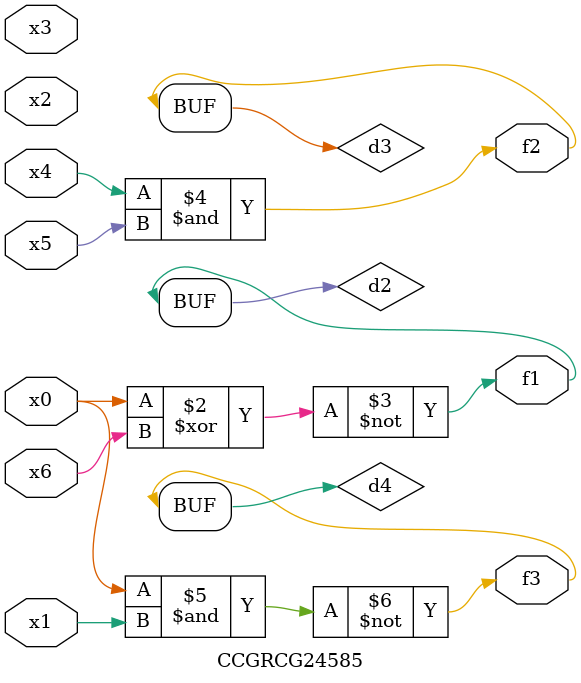
<source format=v>
module CCGRCG24585(
	input x0, x1, x2, x3, x4, x5, x6,
	output f1, f2, f3
);

	wire d1, d2, d3, d4;

	nor (d1, x0);
	xnor (d2, x0, x6);
	and (d3, x4, x5);
	nand (d4, x0, x1);
	assign f1 = d2;
	assign f2 = d3;
	assign f3 = d4;
endmodule

</source>
